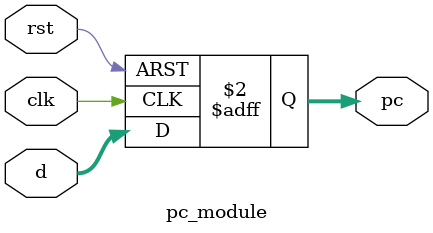
<source format=v>
`timescale 1ns / 1ps

module pc_module(input clk,
                 input rst,
                 input [31:0] d,
                 output reg [31:0] pc);
    
always @(posedge clk, posedge rst) begin
    if (rst) begin
        pc <= 0;
        end else begin
        pc <= d;
    end
end
    
endmodule
    

</source>
